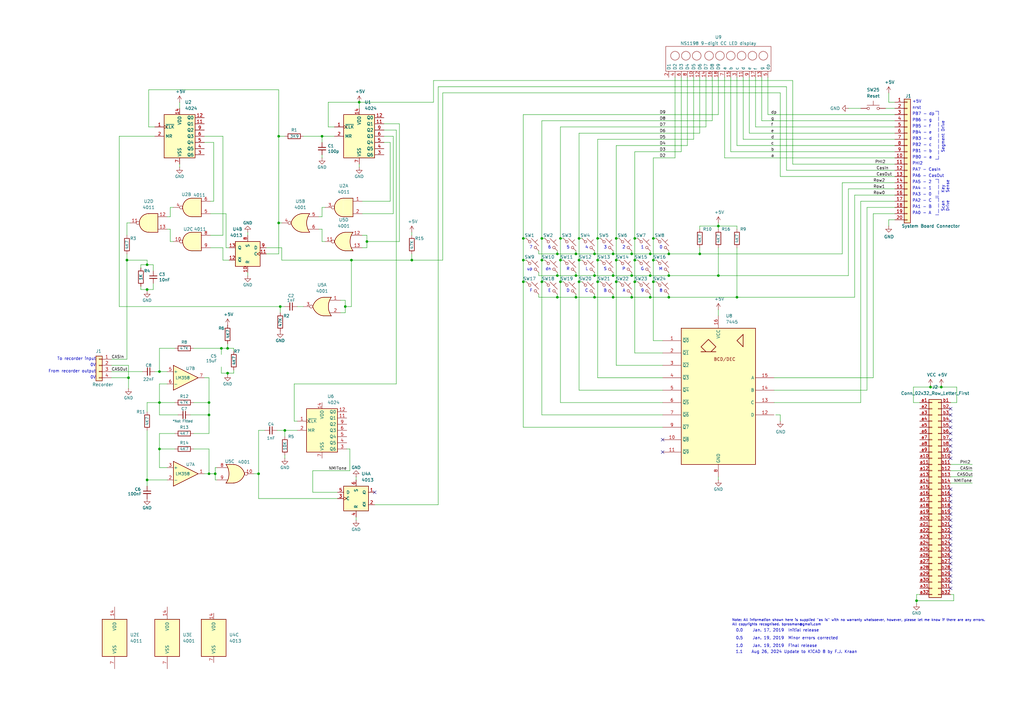
<source format=kicad_sch>
(kicad_sch (version 20231120) (generator "eeschema") (generator_version "8.0")
  (paper "A3")
  (title_block (title "Acorn System 1 Revival") (date "2024-08-26") (rev "0.0"))
  (junction (at 259.08 113.03))
  (junction (at 274.32 121.92))
  (junction (at 252.73 106.68))
  (junction (at 294.64 92.71))
  (junction (at 228.6 113.03))
  (junction (at 287.02 104.14))
  (junction (at 302.26 121.92))
  (junction (at 222.25 115.57))
  (junction (at 236.22 113.03))
  (junction (at 252.73 115.57))
  (junction (at 259.08 104.14))
  (junction (at 236.22 121.92))
  (junction (at 243.84 113.03))
  (junction (at 381.635 158.75))
  (junction (at 243.84 121.92))
  (junction (at 228.6 104.14))
  (junction (at 274.32 104.14))
  (junction (at 274.32 113.03))
  (junction (at 214.63 115.57))
  (junction (at 93.345 153.035))
  (junction (at 267.97 97.79))
  (junction (at 85.725 165.1))
  (junction (at 267.97 115.57))
  (junction (at 85.725 194.31))
  (junction (at 65.405 152.4))
  (junction (at 214.63 97.79))
  (junction (at 222.25 106.68))
  (junction (at 266.7 104.14))
  (junction (at 251.46 113.03))
  (junction (at 245.11 115.57))
  (junction (at 228.6 121.92))
  (junction (at 132.08 55.88))
  (junction (at 294.64 113.03))
  (junction (at 266.7 121.92))
  (junction (at 251.46 121.92))
  (junction (at 260.35 115.57))
  (junction (at 375.92 246.38))
  (junction (at 237.49 106.68))
  (junction (at 237.49 115.57))
  (junction (at 150.495 99.06))
  (junction (at 251.46 104.14))
  (junction (at 168.91 106.68))
  (junction (at 65.405 184.15))
  (junction (at 214.63 106.68))
  (junction (at 266.7 113.03))
  (junction (at 229.87 97.79))
  (junction (at 259.08 121.92))
  (junction (at 236.22 104.14))
  (junction (at 141.605 125.73))
  (junction (at 60.325 118.745))
  (junction (at 243.84 104.14))
  (junction (at 93.345 142.875))
  (junction (at 114.3 91.44))
  (junction (at 144.145 106.68))
  (junction (at 245.11 106.68))
  (junction (at 106.045 194.31))
  (junction (at 114.935 125.73))
  (junction (at 229.87 106.68))
  (junction (at 116.84 176.53))
  (junction (at 85.725 170.18))
  (junction (at 252.73 97.79))
  (junction (at 237.49 97.79))
  (junction (at 114.3 55.88))
  (junction (at 229.87 115.57))
  (junction (at 222.25 97.79))
  (junction (at 147.32 41.91))
  (junction (at 88.265 194.31))
  (junction (at 386.08 158.75))
  (junction (at 52.07 106.68))
  (junction (at 260.35 97.79))
  (junction (at 60.325 108.585))
  (junction (at 52.705 154.94))
  (junction (at 245.11 97.79))
  (junction (at 90.805 142.875))
  (junction (at 267.97 106.68))
  (junction (at 260.35 106.68))
  (junction (at 60.325 196.85))
  (junction (at 65.405 165.1))
  (no_connect (at 389.89 180.34))
  (no_connect (at 389.89 182.88))
  (no_connect (at 153.67 201.93))
  (no_connect (at 389.89 213.36))
  (no_connect (at 389.89 177.8))
  (no_connect (at 389.89 200.66))
  (no_connect (at 271.78 185.42))
  (no_connect (at 389.89 233.68))
  (no_connect (at 389.89 208.28))
  (no_connect (at 389.89 167.64))
  (no_connect (at 389.89 228.6))
  (no_connect (at 389.89 187.96))
  (no_connect (at 389.89 218.44))
  (no_connect (at 389.89 170.18))
  (no_connect (at 389.89 210.82))
  (no_connect (at 389.89 231.14))
  (no_connect (at 389.89 175.26))
  (no_connect (at 389.89 226.06))
  (no_connect (at 389.89 236.22))
  (no_connect (at 389.89 203.2))
  (no_connect (at 271.78 180.34))
  (no_connect (at 389.89 220.98))
  (no_connect (at 389.89 241.3))
  (no_connect (at 389.89 205.74))
  (no_connect (at 389.89 172.72))
  (no_connect (at 389.89 185.42))
  (no_connect (at 389.89 238.76))
  (no_connect (at 389.89 215.9))
  (no_connect (at 389.89 223.52))
  (wire (pts (xy 252.73 115.57) (xy 252.73 149.86)))
  (wire (pts (xy 60.325 119.38) (xy 60.325 118.745)))
  (wire (pts (xy 85.725 184.15) (xy 85.725 194.31)))
  (wire (pts (xy 266.7 104.14) (xy 274.32 104.14)))
  (wire (pts (xy 267.97 139.7) (xy 267.97 115.57)))
  (wire (pts (xy 68.58 196.85) (xy 60.325 196.85)))
  (wire (pts (xy 320.04 38.1) (xy 320.04 72.39)))
  (wire (pts (xy 260.35 62.23) (xy 279.4 62.23)))
  (wire (pts (xy 65.405 157.48) (xy 68.58 157.48)))
  (wire (pts (xy 65.405 142.875) (xy 71.755 142.875)))
  (wire (pts (xy 312.42 49.53) (xy 367.03 49.53)))
  (wire (pts (xy 245.11 115.57) (xy 245.11 106.68)))
  (wire (pts (xy 274.32 111.76) (xy 274.32 113.03)))
  (wire (pts (xy 287.02 101.6) (xy 287.02 104.14)))
  (wire (pts (xy 71.12 85.09) (xy 69.85 85.09)))
  (wire (pts (xy 236.22 111.76) (xy 236.22 113.03)))
  (wire (pts (xy 95.885 144.145) (xy 95.885 142.875)))
  (wire (pts (xy 88.265 194.31) (xy 88.265 196.85)))
  (wire (pts (xy 345.44 104.14) (xy 345.44 74.93)))
  (wire (pts (xy 391.16 243.84) (xy 391.16 246.38)))
  (wire (pts (xy 345.44 74.93) (xy 367.03 74.93)))
  (wire (pts (xy 229.87 106.68) (xy 229.87 97.79)))
  (wire (pts (xy 134.62 41.91) (xy 147.32 41.91)))
  (wire (pts (xy 121.92 125.73) (xy 124.46 125.73)))
  (wire (pts (xy 320.04 170.18) (xy 320.04 172.72)))
  (wire (pts (xy 92.71 101.6) (xy 93.98 101.6)))
  (polyline (pts (xy 383.667 81.153) (xy 384.937 81.153)) (stroke (width 0) (type dash)))
  (wire (pts (xy 267.97 64.77) (xy 267.97 97.79)))
  (wire (pts (xy 307.34 54.61) (xy 367.03 54.61)))
  (wire (pts (xy 214.63 115.57) (xy 214.63 175.26)))
  (wire (pts (xy 386.08 158.75) (xy 381.635 158.75)))
  (wire (pts (xy 162.56 53.34) (xy 162.56 157.48)))
  (wire (pts (xy 116.84 186.69) (xy 116.84 187.96)))
  (wire (pts (xy 79.375 184.15) (xy 85.725 184.15)))
  (wire (pts (xy 355.6 160.02) (xy 317.5 160.02)))
  (wire (pts (xy 65.405 184.15) (xy 65.405 191.77)))
  (wire (pts (xy 85.725 154.94) (xy 83.82 154.94)))
  (wire (pts (xy 65.405 170.18) (xy 73.025 170.18)))
  (wire (pts (xy 95.885 142.875) (xy 93.345 142.875)))
  (wire (pts (xy 52.07 91.44) (xy 52.07 96.52)))
  (wire (pts (xy 79.375 142.875) (xy 90.805 142.875)))
  (wire (pts (xy 320.04 72.39) (xy 367.03 72.39)))
  (wire (pts (xy 128.27 201.93) (xy 138.43 201.93)))
  (wire (pts (xy 163.83 50.8) (xy 163.83 99.06)))
  (wire (pts (xy 246.38 106.68) (xy 245.11 106.68)))
  (wire (pts (xy 85.725 194.31) (xy 83.82 194.31)))
  (wire (pts (xy 222.25 49.53) (xy 292.1 49.53)))
  (wire (pts (xy 57.785 109.855) (xy 57.785 108.585)))
  (wire (pts (xy 90.805 142.875) (xy 90.805 145.415)))
  (wire (pts (xy 71.755 184.15) (xy 65.405 184.15)))
  (wire (pts (xy 260.35 106.68) (xy 260.35 97.79)))
  (wire (pts (xy 161.29 55.88) (xy 157.48 55.88)))
  (wire (pts (xy 93.345 142.875) (xy 93.345 140.97)))
  (wire (pts (xy 237.49 106.68) (xy 237.49 97.79)))
  (wire (pts (xy 259.08 113.03) (xy 266.7 113.03)))
  (wire (pts (xy 120.65 157.48) (xy 120.65 172.72)))
  (wire (pts (xy 236.22 121.92) (xy 243.84 121.92)))
  (wire (pts (xy 381.635 158.75) (xy 381.635 158.115)))
  (wire (pts (xy 65.405 165.1) (xy 60.325 165.1)))
  (wire (pts (xy 132.08 55.88) (xy 137.16 55.88)))
  (wire (pts (xy 168.91 106.68) (xy 181.61 106.68)))
  (wire (pts (xy 274.32 102.87) (xy 274.32 104.14)))
  (wire (pts (xy 65.405 165.1) (xy 65.405 170.18)))
  (wire (pts (xy 302.26 31.75) (xy 302.26 59.69)))
  (wire (pts (xy 147.32 41.91) (xy 147.32 44.45)))
  (wire (pts (xy 65.405 191.77) (xy 68.58 191.77)))
  (wire (pts (xy 389.89 198.12) (xy 398.78 198.12)))
  (wire (pts (xy 259.08 121.92) (xy 266.7 121.92)))
  (wire (pts (xy 65.405 152.4) (xy 63.5 152.4)))
  (wire (pts (xy 317.5 154.94) (xy 358.14 154.94)))
  (wire (pts (xy 269.24 106.68) (xy 267.97 106.68)))
  (wire (pts (xy 245.11 57.15) (xy 245.11 97.79)))
  (wire (pts (xy 62.865 118.745) (xy 62.865 116.205)))
  (wire (pts (xy 148.59 96.52) (xy 150.495 96.52)))
  (wire (pts (xy 364.49 41.91) (xy 364.49 38.1)))
  (wire (pts (xy 294.64 101.6) (xy 294.64 113.03)))
  (wire (pts (xy 141.605 125.73) (xy 144.145 125.73)))
  (wire (pts (xy 57.785 108.585) (xy 60.325 108.585)))
  (wire (pts (xy 160.02 82.55) (xy 148.59 82.55)))
  (wire (pts (xy 141.605 125.73) (xy 141.605 123.19)))
  (wire (pts (xy 73.66 41.91) (xy 73.66 44.45)))
  (wire (pts (xy 363.22 44.45) (xy 367.03 44.45)))
  (wire (pts (xy 243.84 104.14) (xy 251.46 104.14)))
  (wire (pts (xy 386.08 158.75) (xy 392.43 158.75)))
  (wire (pts (xy 214.63 46.99) (xy 294.64 46.99)))
  (wire (pts (xy 115.57 91.44) (xy 114.3 91.44)))
  (wire (pts (xy 85.725 165.1) (xy 85.725 154.94)))
  (wire (pts (xy 314.96 31.75) (xy 314.96 46.99)))
  (wire (pts (xy 137.16 52.07) (xy 134.62 52.07)))
  (wire (pts (xy 304.8 57.15) (xy 367.03 57.15)))
  (wire (pts (xy 229.87 115.57) (xy 229.87 165.1)))
  (wire (pts (xy 88.265 191.77) (xy 88.265 194.31)))
  (wire (pts (xy 214.63 106.68) (xy 214.63 97.79)))
  (wire (pts (xy 85.725 170.18) (xy 85.725 177.8)))
  (wire (pts (xy 88.265 196.85) (xy 88.9 196.85)))
  (wire (pts (xy 287.02 92.71) (xy 294.64 92.71)))
  (wire (pts (xy 259.08 111.76) (xy 259.08 113.03)))
  (wire (pts (xy 389.89 193.04) (xy 398.78 193.04)))
  (wire (pts (xy 220.98 111.76) (xy 220.98 113.03)))
  (wire (pts (xy 251.46 111.76) (xy 251.46 113.03)))
  (wire (pts (xy 347.98 44.45) (xy 353.06 44.45)))
  (wire (pts (xy 65.405 152.4) (xy 65.405 142.875)))
  (wire (pts (xy 215.9 106.68) (xy 214.63 106.68)))
  (wire (pts (xy 214.63 115.57) (xy 215.9 115.57)))
  (wire (pts (xy 168.91 96.52) (xy 168.91 95.25)))
  (wire (pts (xy 73.66 67.31) (xy 73.66 68.58)))
  (wire (pts (xy 124.46 55.88) (xy 132.08 55.88)))
  (wire (pts (xy 86.36 96.52) (xy 91.44 96.52)))
  (wire (pts (xy 109.22 101.6) (xy 115.57 101.6)))
  (wire (pts (xy 245.11 154.94) (xy 271.78 154.94)))
  (wire (pts (xy 143.51 184.15) (xy 143.51 193.04)))
  (wire (pts (xy 132.08 64.77) (xy 132.08 63.5)))
  (wire (pts (xy 252.73 106.68) (xy 252.73 97.79)))
  (wire (pts (xy 238.76 106.68) (xy 237.49 106.68)))
  (wire (pts (xy 132.08 55.88) (xy 132.08 58.42)))
  (wire (pts (xy 78.105 170.18) (xy 85.725 170.18)))
  (wire (pts (xy 228.6 102.87) (xy 228.6 104.14)))
  (wire (pts (xy 69.85 93.98) (xy 69.85 99.06)))
  (wire (pts (xy 260.35 115.57) (xy 260.35 106.68)))
  (wire (pts (xy 287.02 104.14) (xy 345.44 104.14)))
  (wire (pts (xy 259.08 102.87) (xy 259.08 104.14)))
  (wire (pts (xy 252.73 59.69) (xy 252.73 97.79)))
  (wire (pts (xy 260.35 115.57) (xy 261.62 115.57)))
  (wire (pts (xy 130.81 93.98) (xy 132.08 93.98)))
  (wire (pts (xy 358.14 87.63) (xy 358.14 154.94)))
  (wire (pts (xy 389.89 243.84) (xy 391.16 243.84)))
  (wire (pts (xy 260.35 144.78) (xy 271.78 144.78)))
  (wire (pts (xy 229.87 97.79) (xy 231.14 97.79)))
  (wire (pts (xy 162.56 53.34) (xy 157.48 53.34)))
  (wire (pts (xy 71.755 177.8) (xy 65.405 177.8)))
  (wire (pts (xy 245.11 115.57) (xy 245.11 154.94)))
  (wire (pts (xy 162.56 157.48) (xy 120.65 157.48)))
  (wire (pts (xy 375.92 243.84) (xy 377.19 243.84)))
  (wire (pts (xy 60.325 108.585) (xy 60.325 106.68)))
  (wire (pts (xy 60.325 176.53) (xy 60.325 196.85)))
  (wire (pts (xy 68.58 93.98) (xy 69.85 93.98)))
  (wire (pts (xy 146.05 212.09) (xy 146.05 213.36)))
  (wire (pts (xy 150.495 99.06) (xy 150.495 101.6)))
  (wire (pts (xy 266.7 102.87) (xy 266.7 104.14)))
  (wire (pts (xy 128.27 193.04) (xy 143.51 193.04)))
  (wire (pts (xy 243.84 111.76) (xy 243.84 113.03)))
  (wire (pts (xy 177.8 33.02) (xy 325.12 33.02)))
  (wire (pts (xy 297.18 31.75) (xy 297.18 64.77)))
  (wire (pts (xy 222.25 106.68) (xy 222.25 97.79)))
  (wire (pts (xy 389.89 190.5) (xy 398.78 190.5)))
  (wire (pts (xy 85.725 194.31) (xy 88.265 194.31)))
  (wire (pts (xy 128.27 201.93) (xy 128.27 193.04)))
  (wire (pts (xy 274.32 104.14) (xy 287.02 104.14)))
  (wire (pts (xy 318.135 170.18) (xy 320.04 170.18)))
  (wire (pts (xy 281.94 31.75) (xy 281.94 59.69)))
  (wire (pts (xy 65.405 177.8) (xy 65.405 184.15)))
  (wire (pts (xy 222.25 170.18) (xy 271.78 170.18)))
  (wire (pts (xy 86.36 101.6) (xy 91.44 101.6)))
  (wire (pts (xy 91.44 55.88) (xy 91.44 96.52)))
  (wire (pts (xy 69.85 99.06) (xy 71.12 99.06)))
  (wire (pts (xy 355.6 85.09) (xy 355.6 160.02)))
  (wire (pts (xy 375.92 246.38) (xy 391.16 246.38)))
  (wire (pts (xy 358.14 87.63) (xy 367.03 87.63)))
  (wire (pts (xy 60.325 196.85) (xy 60.325 199.39)))
  (wire (pts (xy 214.63 175.26) (xy 271.78 175.26)))
  (wire (pts (xy 267.97 139.7) (xy 271.78 139.7)))
  (wire (pts (xy 302.26 101.6) (xy 302.26 121.92)))
  (wire (pts (xy 237.49 115.57) (xy 237.49 106.68)))
  (wire (pts (xy 252.73 115.57) (xy 252.73 106.68)))
  (wire (pts (xy 106.045 204.47) (xy 138.43 204.47)))
  (wire (pts (xy 65.405 165.1) (xy 71.755 165.1)))
  (wire (pts (xy 68.58 88.9) (xy 69.85 88.9)))
  (wire (pts (xy 374.65 158.75) (xy 374.65 165.1)))
  (wire (pts (xy 88.9 191.77) (xy 88.265 191.77)))
  (wire (pts (xy 245.11 106.68) (xy 245.11 97.79)))
  (wire (pts (xy 60.325 118.745) (xy 62.865 118.745)))
  (wire (pts (xy 83.82 55.88) (xy 91.44 55.88)))
  (wire (pts (xy 120.65 172.72) (xy 121.92 172.72)))
  (wire (pts (xy 261.62 106.68) (xy 260.35 106.68)))
  (wire (pts (xy 350.52 121.92) (xy 350.52 80.01)))
  (wire (pts (xy 355.6 85.09) (xy 367.03 85.09)))
  (wire (pts (xy 299.72 31.75) (xy 299.72 62.23)))
  (wire (pts (xy 45.72 154.94) (xy 52.705 154.94)))
  (wire (pts (xy 251.46 102.87) (xy 251.46 104.14)))
  (wire (pts (xy 229.87 115.57) (xy 231.14 115.57)))
  (wire (pts (xy 63.5 52.07) (xy 60.96 52.07)))
  (wire (pts (xy 245.11 57.15) (xy 284.48 57.15)))
  (wire (pts (xy 153.67 207.01) (xy 179.705 207.01)))
  (wire (pts (xy 101.6 95.25) (xy 101.6 96.52)))
  (polyline (pts (xy 384.937 80.518) (xy 383.667 80.518)) (stroke (width 0) (type dash)))
  (wire (pts (xy 254 106.68) (xy 252.73 106.68)))
  (wire (pts (xy 52.07 91.44) (xy 53.34 91.44)))
  (wire (pts (xy 114.3 36.83) (xy 114.3 55.88)))
  (wire (pts (xy 398.78 195.58) (xy 389.89 195.58)))
  (wire (pts (xy 325.12 67.31) (xy 367.03 67.31)))
  (wire (pts (xy 45.72 147.32) (xy 52.07 147.32)))
  (wire (pts (xy 114.3 55.88) (xy 116.84 55.88)))
  (wire (pts (xy 179.705 35.56) (xy 179.705 207.01)))
  (wire (pts (xy 236.22 102.87) (xy 236.22 104.14)))
  (wire (pts (xy 266.7 121.92) (xy 274.32 121.92)))
  (wire (pts (xy 114.935 125.73) (xy 116.84 125.73)))
  (wire (pts (xy 237.49 54.61) (xy 287.02 54.61)))
  (wire (pts (xy 228.6 104.14) (xy 236.22 104.14)))
  (wire (pts (xy 266.7 120.65) (xy 266.7 121.92)))
  (wire (pts (xy 353.06 82.55) (xy 367.03 82.55)))
  (wire (pts (xy 132.08 88.9) (xy 130.81 88.9)))
  (wire (pts (xy 222.25 49.53) (xy 222.25 97.79)))
  (wire (pts (xy 52.705 149.86) (xy 52.705 154.94)))
  (wire (pts (xy 222.25 115.57) (xy 222.25 106.68)))
  (wire (pts (xy 228.6 121.92) (xy 236.22 121.92)))
  (wire (pts (xy 276.86 31.75) (xy 276.86 64.77)))
  (wire (pts (xy 375.92 246.38) (xy 375.92 247.65)))
  (wire (pts (xy 274.32 120.65) (xy 274.32 121.92)))
  (wire (pts (xy 116.84 176.53) (xy 121.92 176.53)))
  (wire (pts (xy 389.89 165.1) (xy 392.43 165.1)))
  (wire (pts (xy 60.325 165.1) (xy 60.325 168.91)))
  (wire (pts (xy 95.885 151.765) (xy 95.885 153.035)))
  (wire (pts (xy 228.6 120.65) (xy 228.6 121.92)))
  (wire (pts (xy 93.345 153.67) (xy 93.345 153.035)))
  (wire (pts (xy 347.98 77.47) (xy 347.98 113.03)))
  (wire (pts (xy 168.91 106.68) (xy 168.91 104.14)))
  (wire (pts (xy 322.58 69.85) (xy 367.03 69.85)))
  (wire (pts (xy 267.97 115.57) (xy 267.97 106.68)))
  (wire (pts (xy 146.05 195.58) (xy 146.05 196.85)))
  (wire (pts (xy 181.61 38.1) (xy 181.61 106.68)))
  (wire (pts (xy 325.12 33.02) (xy 325.12 67.31)))
  (wire (pts (xy 228.6 111.76) (xy 228.6 113.03)))
  (wire (pts (xy 116.84 179.07) (xy 116.84 176.53)))
  (wire (pts (xy 229.87 165.1) (xy 271.78 165.1)))
  (wire (pts (xy 214.63 46.99) (xy 214.63 97.79)))
  (wire (pts (xy 381.635 158.75) (xy 374.65 158.75)))
  (wire (pts (xy 294.64 93.98) (xy 294.64 92.71)))
  (wire (pts (xy 134.62 52.07) (xy 134.62 41.91)))
  (wire (pts (xy 231.14 106.68) (xy 229.87 106.68)))
  (wire (pts (xy 267.97 64.77) (xy 276.86 64.77)))
  (wire (pts (xy 243.84 102.87) (xy 243.84 104.14)))
  (wire (pts (xy 299.72 62.23) (xy 367.03 62.23)))
  (wire (pts (xy 237.49 115.57) (xy 238.76 115.57)))
  (wire (pts (xy 222.25 115.57) (xy 223.52 115.57)))
  (wire (pts (xy 113.665 176.53) (xy 116.84 176.53)))
  (wire (pts (xy 364.49 90.17) (xy 367.03 90.17)))
  (wire (pts (xy 392.43 165.1) (xy 392.43 158.75)))
  (wire (pts (xy 229.87 52.07) (xy 229.87 97.79)))
  (wire (pts (xy 353.06 165.1) (xy 317.5 165.1)))
  (wire (pts (xy 106.045 194.31) (xy 106.045 204.47)))
  (wire (pts (xy 251.46 104.14) (xy 259.08 104.14)))
  (polyline (pts (xy 384.937 81.153) (xy 384.937 88.138)) (stroke (width 0) (type dash)))
  (wire (pts (xy 314.96 46.99) (xy 367.03 46.99)))
  (wire (pts (xy 252.73 59.69) (xy 281.94 59.69)))
  (wire (pts (xy 104.14 194.31) (xy 106.045 194.31)))
  (wire (pts (xy 222.25 97.79) (xy 223.52 97.79)))
  (wire (pts (xy 60.325 108.585) (xy 62.865 108.585)))
  (wire (pts (xy 106.045 176.53) (xy 108.585 176.53)))
  (wire (pts (xy 284.48 31.75) (xy 284.48 57.15)))
  (wire (pts (xy 353.06 82.55) (xy 353.06 165.1)))
  (wire (pts (xy 91.44 106.68) (xy 91.44 101.6)))
  (wire (pts (xy 106.045 194.31) (xy 106.045 176.53)))
  (wire (pts (xy 243.84 120.65) (xy 243.84 121.92)))
  (wire (pts (xy 260.35 115.57) (xy 260.35 144.78)))
  (wire (pts (xy 132.08 93.98) (xy 132.08 99.06)))
  (wire (pts (xy 364.49 90.17) (xy 364.49 92.71)))
  (wire (pts (xy 294.64 92.71) (xy 302.26 92.71)))
  (wire (pts (xy 93.345 153.035) (xy 90.805 153.035)))
  (wire (pts (xy 237.49 97.79) (xy 238.76 97.79)))
  (wire (pts (xy 85.725 177.8) (xy 79.375 177.8)))
  (wire (pts (xy 161.29 87.63) (xy 148.59 87.63)))
  (wire (pts (xy 302.26 121.92) (xy 350.52 121.92)))
  (wire (pts (xy 312.42 31.75) (xy 312.42 49.53)))
  (wire (pts (xy 222.25 115.57) (xy 222.25 170.18)))
  (wire (pts (xy 148.59 101.6) (xy 150.495 101.6)))
  (wire (pts (xy 322.58 35.56) (xy 322.58 69.85)))
  (wire (pts (xy 57.785 118.745) (xy 60.325 118.745)))
  (wire (pts (xy 236.22 113.03) (xy 243.84 113.03)))
  (wire (pts (xy 139.7 123.19) (xy 141.605 123.19)))
  (wire (pts (xy 260.35 97.79) (xy 261.62 97.79)))
  (wire (pts (xy 62.865 108.585) (xy 62.865 111.125)))
  (wire (pts (xy 86.36 82.55) (xy 87.63 82.55)))
  (wire (pts (xy 223.52 106.68) (xy 222.25 106.68)))
  (wire (pts (xy 115.57 101.6) (xy 115.57 106.68)))
  (wire (pts (xy 147.32 41.91) (xy 177.8 41.91)))
  (wire (pts (xy 93.345 142.875) (xy 90.805 142.875)))
  (wire (pts (xy 142.24 184.15) (xy 143.51 184.15)))
  (wire (pts (xy 364.49 41.91) (xy 367.03 41.91)))
  (wire (pts (xy 267.97 97.79) (xy 269.24 97.79)))
  (wire (pts (xy 245.11 97.79) (xy 246.38 97.79)))
  (wire (pts (xy 95.885 153.035) (xy 93.345 153.035)))
  (wire (pts (xy 114.935 128.27) (xy 114.935 125.73)))
  (wire (pts (xy 220.98 121.92) (xy 228.6 121.92)))
  (wire (pts (xy 374.65 165.1) (xy 377.19 165.1)))
  (wire (pts (xy 48.895 125.73) (xy 114.935 125.73)))
  (wire (pts (xy 245.11 115.57) (xy 246.38 115.57)))
  (wire (pts (xy 52.07 106.68) (xy 52.07 147.32)))
  (polyline (pts (xy 384.937 73.533) (xy 384.937 80.518)) (stroke (width 0) (type dash)))
  (wire (pts (xy 147.32 67.31) (xy 147.32 68.58)))
  (wire (pts (xy 236.22 120.65) (xy 236.22 121.92)))
  (wire (pts (xy 287.02 93.98) (xy 287.02 92.71)))
  (wire (pts (xy 260.35 62.23) (xy 260.35 97.79)))
  (wire (pts (xy 294.64 113.03) (xy 347.98 113.03)))
  (wire (pts (xy 220.98 102.87) (xy 220.98 104.14)))
  (wire (pts (xy 259.08 120.65) (xy 259.08 121.92)))
  (wire (pts (xy 297.18 64.77) (xy 367.03 64.77)))
  (wire (pts (xy 251.46 121.92) (xy 259.08 121.92)))
  (wire (pts (xy 274.32 121.92) (xy 302.26 121.92)))
  (wire (pts (xy 90.805 153.035) (xy 90.805 150.495)))
  (wire (pts (xy 114.3 55.88) (xy 114.3 91.44)))
  (wire (pts (xy 292.1 31.75) (xy 292.1 49.53)))
  (wire (pts (xy 304.8 31.75) (xy 304.8 57.15)))
  (wire (pts (xy 83.82 58.42) (xy 87.63 58.42)))
  (wire (pts (xy 220.98 113.03) (xy 228.6 113.03)))
  (wire (pts (xy 229.87 52.07) (xy 289.56 52.07)))
  (wire (pts (xy 91.44 106.68) (xy 93.98 106.68)))
  (polyline (pts (xy 384.937 65.278) (xy 383.667 65.278)) (stroke (width 0) (type dash)))
  (wire (pts (xy 45.72 149.86) (xy 52.705 149.86)))
  (wire (pts (xy 45.72 152.4) (xy 58.42 152.4)))
  (wire (pts (xy 266.7 111.76) (xy 266.7 113.03)))
  (wire (pts (xy 266.7 113.03) (xy 274.32 113.03)))
  (wire (pts (xy 69.85 85.09) (xy 69.85 88.9)))
  (wire (pts (xy 85.725 170.18) (xy 85.725 165.1)))
  (wire (pts (xy 243.84 113.03) (xy 251.46 113.03)))
  (wire (pts (xy 150.495 99.06) (xy 163.83 99.06)))
  (wire (pts (xy 60.96 52.07) (xy 60.96 36.83)))
  (wire (pts (xy 236.22 104.14) (xy 243.84 104.14)))
  (wire (pts (xy 79.375 165.1) (xy 85.725 165.1)))
  (wire (pts (xy 237.49 115.57) (xy 237.49 160.02)))
  (wire (pts (xy 386.08 158.75) (xy 386.08 158.115)))
  (wire (pts (xy 114.3 104.14) (xy 109.22 104.14)))
  (wire (pts (xy 287.02 31.75) (xy 287.02 54.61)))
  (wire (pts (xy 251.46 113.03) (xy 259.08 113.03)))
  (wire (pts (xy 309.88 52.07) (xy 367.03 52.07)))
  (wire (pts (xy 294.64 91.44) (xy 294.64 92.71)))
  (wire (pts (xy 68.58 152.4) (xy 65.405 152.4)))
  (wire (pts (xy 52.705 154.94) (xy 52.705 159.385)))
  (wire (pts (xy 279.4 31.75) (xy 279.4 62.23)))
  (wire (pts (xy 163.83 50.8) (xy 157.48 50.8)))
  (wire (pts (xy 309.88 31.75) (xy 309.88 52.07)))
  (wire (pts (xy 347.98 77.47) (xy 367.03 77.47)))
  (wire (pts (xy 65.405 165.1) (xy 65.405 157.48)))
  (wire (pts (xy 220.98 104.14) (xy 228.6 104.14)))
  (wire (pts (xy 252.73 97.79) (xy 254 97.79)))
  (wire (pts (xy 48.895 55.88) (xy 63.5 55.88)))
  (wire (pts (xy 307.34 31.75) (xy 307.34 54.61)))
  (wire (pts (xy 86.36 87.63) (xy 92.71 87.63)))
  (wire (pts (xy 132.08 99.06) (xy 133.35 99.06)))
  (wire (pts (xy 114.3 91.44) (xy 114.3 104.14)))
  (wire (pts (xy 92.71 101.6) (xy 92.71 87.63)))
  (wire (pts (xy 350.52 80.01) (xy 367.03 80.01)))
  (wire (pts (xy 237.49 160.02) (xy 271.78 160.02)))
  (wire (pts (xy 161.29 55.88) (xy 161.29 87.63)))
  (wire (pts (xy 181.61 38.1) (xy 320.04 38.1)))
  (wire (pts (xy 132.08 85.09) (xy 132.08 88.9)))
  (wire (pts (xy 87.63 58.42) (xy 87.63 82.55)))
  (wire (pts (xy 252.73 115.57) (xy 254 115.57)))
  (wire (pts (xy 243.84 121.92) (xy 251.46 121.92)))
  (wire (pts (xy 375.92 243.84) (xy 375.92 246.38)))
  (wire (pts (xy 259.08 104.14) (xy 266.7 104.14)))
  (wire (pts (xy 302.26 92.71) (xy 302.26 93.98)))
  (wire (pts (xy 144.145 106.68) (xy 168.91 106.68)))
  (wire (pts (xy 115.57 106.68) (xy 144.145 106.68)))
  (wire (pts (xy 150.495 96.52) (xy 150.495 99.06)))
  (wire (pts (xy 214.63 115.57) (xy 214.63 106.68)))
  (wire (pts (xy 177.8 41.91) (xy 177.8 33.02)))
  (wire (pts (xy 52.07 106.68) (xy 52.07 104.14)))
  (wire (pts (xy 48.895 125.73) (xy 48.895 55.88)))
  (wire (pts (xy 267.97 106.68) (xy 267.97 97.79)))
  (wire (pts (xy 294.64 127) (xy 294.64 129.54)))
  (wire (pts (xy 133.35 85.09) (xy 132.08 85.09)))
  (wire (pts (xy 274.32 113.03) (xy 294.64 113.03)))
  (wire (pts (xy 160.02 58.42) (xy 160.02 82.55)))
  (wire (pts (xy 60.96 36.83) (xy 114.3 36.83)))
  (wire (pts (xy 289.56 31.75) (xy 289.56 52.07)))
  (wire (pts (xy 144.145 125.73) (xy 144.145 106.68)))
  (wire (pts (xy 141.605 128.27) (xy 141.605 125.73)))
  (wire (pts (xy 267.97 115.57) (xy 269.24 115.57)))
  (wire (pts (xy 57.785 117.475) (xy 57.785 118.745)))
  (wire (pts (xy 220.98 120.65) (xy 220.98 121.92)))
  (polyline (pts (xy 383.667 45.593) (xy 384.937 45.593)) (stroke (width 0) (type dash)))
  (polyline (pts (xy 384.937 88.138) (xy 383.667 88.138)) (stroke (width 0) (type dash)))
  (wire (pts (xy 179.705 35.56) (xy 322.58 35.56)))
  (wire (pts (xy 229.87 115.57) (xy 229.87 106.68)))
  (wire (pts (xy 157.48 58.42) (xy 160.02 58.42)))
  (wire (pts (xy 214.63 97.79) (xy 215.9 97.79)))
  (polyline (pts (xy 383.667 73.533) (xy 384.937 73.533)) (stroke (width 0) (type dash)))
  (wire (pts (xy 252.73 149.86) (xy 271.78 149.86)))
  (wire (pts (xy 139.7 128.27) (xy 141.605 128.27)))
  (polyline (pts (xy 384.937 45.593) (xy 384.937 65.278)) (stroke (width 0) (type dash)))
  (wire (pts (xy 294.64 195.58) (xy 294.64 196.85)))
  (wire (pts (xy 251.46 120.65) (xy 251.46 121.92)))
  (wire (pts (xy 302.26 59.69) (xy 367.03 59.69)))
  (wire (pts (xy 228.6 113.03) (xy 236.22 113.03)))
  (wire (pts (xy 101.6 111.76) (xy 101.6 113.03)))
  (wire (pts (xy 52.07 106.68) (xy 60.325 106.68)))
  (wire (pts (xy 294.64 31.75) (xy 294.64 46.99)))
  (wire (pts (xy 237.49 54.61) (xy 237.49 97.79)))
  (text "Key\nSense" (at 389.382 79.248 90) (effects (font (size 1.1938 1.1938)) (justify left bottom)))
  (text "R" (at 233.68 111.125 0) (effects (font (size 1.1938 1.1938)) (justify right bottom)))
  (text "PHI2" (at 374.142 67.818 0) (effects (font (size 1.1938 1.1938)) (justify left bottom)))
  (text "0V" (at 39.37 150.495 0) (effects (font (size 1.1938 1.1938)) (justify right bottom)))
  (text "F" (at 218.44 120.015 0) (effects (font (size 1.1938 1.1938)) (justify right bottom)))
  (text "Initial release" (at 323.215 259.334 0) (effects (font (size 1.1938 1.1938)) (justify left bottom)))
  (text "PB1 - b" (at 374.142 62.738 0) (effects (font (size 1.1938 1.1938)) (justify left bottom)))
  (text "L" (at 241.3 111.125 0) (effects (font (size 1.1938 1.1938)) (justify right bottom)))
  (text "C" (at 241.3 120.015 0) (effects (font (size 1.1938 1.1938)) (justify right bottom)))
  (text "up" (at 218.44 111.125 0) (effects (font (size 1.1938 1.1938)) (justify right bottom)))
  (text "All copyrights recognised. bprosman@gmail.com" (at 300.228 256.794 0) (effects (font (size 0.9906 0.9906)) (justify left bottom)))
  (text "1.0" (at 301.752 265.684 0) (effects (font (size 1.1938 1.1938)) (justify left bottom)))
  (text "PB5 - f" (at 374.142 52.578 0) (effects (font (size 1.1938 1.1938)) (justify left bottom)))
  (text "PB0 - a" (at 374.142 65.278 0) (effects (font (size 1.1938 1.1938)) (justify left bottom)))
  (text "PB6 - g" (at 374.142 50.038 0) (effects (font (size 1.1938 1.1938)) (justify left bottom)))
  (text "dn" (at 226.06 111.125 0) (effects (font (size 1.1938 1.1938)) (justify right bottom)))
  (text "PA6 - CasOut" (at 374.142 72.898 0) (effects (font (size 1.1938 1.1938)) (justify left bottom)))
  (text "0V" (at 39.37 155.575 0) (effects (font (size 1.1938 1.1938)) (justify right bottom)))
  (text "Jan. 17, 2019" (at 308.61 259.334 0) (effects (font (size 1.1938 1.1938)) (justify left bottom)))
  (text "PB3 - d" (at 374.142 57.658 0) (effects (font (size 1.1938 1.1938)) (justify left bottom)))
  (text "4" (at 241.3 102.235 0) (effects (font (size 1.1938 1.1938)) (justify right bottom)))
  (text "PB2 - c" (at 374.142 60.198 0) (effects (font (size 1.1938 1.1938)) (justify left bottom)))
  (text "Segment Drive" (at 387.477 62.738 90) (effects (font (size 1.1938 1.1938)) (justify left bottom)))
  (text "5" (at 233.68 102.235 0) (effects (font (size 1.1938 1.1938)) (justify right bottom)))
  (text "2" (at 256.54 102.235 0) (effects (font (size 1.1938 1.1938)) (justify right bottom)))
  (text "S" (at 248.92 111.125 0) (effects (font (size 1.1938 1.1938)) (justify right bottom)))
  (text "Scan\nDrive" (at 389.382 86.868 90) (effects (font (size 1.1938 1.1938)) (justify left bottom)))
  (text "PB4 - e" (at 374.142 55.118 0) (effects (font (size 1.1938 1.1938)) (justify left bottom)))
  (text "G" (at 264.16 111.125 0) (effects (font (size 1.1938 1.1938)) (justify right bottom)))
  (text "From recorder output" (at 39.37 153.035 0) (effects (font (size 1.1938 1.1938)) (justify right bottom)))
  (text "D" (at 233.68 120.015 0) (effects (font (size 1.1938 1.1938)) (justify right bottom)))
  (text "7" (at 218.44 102.235 0) (effects (font (size 1.1938 1.1938)) (justify right bottom)))
  (text "PB7 - dp" (at 374.142 47.498 0) (effects (font (size 1.1938 1.1938)) (justify left bottom)))
  (text "PA0 - A" (at 374.142 88.138 0) (effects (font (size 1.1938 1.1938)) (justify left bottom)))
  (text "PA4 - 1" (at 374.142 77.978 0) (effects (font (size 1.1938 1.1938)) (justify left bottom)))
  (text "Final release" (at 323.215 265.684 0) (effects (font (size 1.1938 1.1938)) (justify left bottom)))
  (text "P" (at 256.54 111.125 0) (effects (font (size 1.1938 1.1938)) (justify right bottom)))
  (text "Minor errors corrected" (at 323.215 262.509 0) (effects (font (size 1.1938 1.1938)) (justify left bottom)))
  (text "PA5 - 2" (at 374.142 75.438 0) (effects (font (size 1.1938 1.1938)) (justify left bottom)))
  (text "A" (at 256.54 120.015 0) (effects (font (size 1.1938 1.1938)) (justify right bottom)))
  (text "0.0" (at 301.752 259.334 0) (effects (font (size 1.1938 1.1938)) (justify left bottom)))
  (text "E" (at 226.06 120.015 0) (effects (font (size 1.1938 1.1938)) (justify right bottom)))
  (text "6" (at 226.06 102.235 0) (effects (font (size 1.1938 1.1938)) (justify right bottom)))
  (text "nrst" (at 374.142 44.958 0) (effects (font (size 1.1938 1.1938)) (justify left bottom)))
  (text "PA1 - B" (at 374.142 85.598 0) (effects (font (size 1.1938 1.1938)) (justify left bottom)))
  (text "PA7 - CasIn" (at 374.142 70.358 0) (effects (font (size 1.1938 1.1938)) (justify left bottom)))
  (text "1" (at 264.16 102.235 0) (effects (font (size 1.1938 1.1938)) (justify right bottom)))
  (text "+5V" (at 374.142 42.418 0) (effects (font (size 1.1938 1.1938)) (justify left bottom)))
  (text "0.5" (at 301.752 262.509 0) (effects (font (size 1.1938 1.1938)) (justify left bottom)))
  (text "B" (at 248.92 120.015 0) (effects (font (size 1.1938 1.1938)) (justify right bottom)))
  (text "1.1    Aug 26, 2024 Update to KiCAD 8 by F.J. Kraan" (at 326.644 267.462 0) (effects (font (size 1.1938 1.1938))))
  (text "8" (at 271.78 120.015 0) (effects (font (size 1.1938 1.1938)) (justify right bottom)))
  (text "To recorder input" (at 39.37 147.955 0) (effects (font (size 1.1938 1.1938)) (justify right bottom)))
  (text "PA2 - C" (at 374.142 83.058 0) (effects (font (size 1.1938 1.1938)) (justify left bottom)))
  (text "Jan. 19, 2019" (at 308.61 265.684 0) (effects (font (size 1.1938 1.1938)) (justify left bottom)))
  (text "Jan. 19, 2019" (at 308.61 262.509 0) (effects (font (size 1.1938 1.1938)) (justify left bottom)))
  (text "PA3 - 0" (at 374.142 80.518 0) (effects (font (size 1.1938 1.1938)) (justify left bottom)))
  (text "M" (at 271.78 111.125 0) (effects (font (size 1.1938 1.1938)) (justify right bottom)))
  (text "Note: All information shown here is supplied \"as is\" with no warranty whatsoever, however, please let me know if there are any errors. " (at 300.228 255.016 0) (effects (font (size 0.9906 0.9906)) (justify left bottom)))
  (text "9" (at 264.16 120.015 0) (effects (font (size 1.1938 1.1938)) (justify right bottom)))
  (text "0" (at 271.78 102.235 0) (effects (font (size 1.1938 1.1938)) (justify right bottom)))
  (text "3" (at 248.92 102.235 0) (effects (font (size 1.1938 1.1938)) (justify right bottom)))
  (label "f" (at 316.23 52.07 0) (effects (font (size 1.1938 1.1938))))
  (label "D7" (at 270.51 52.07 0) (effects (font (size 1.1938 1.1938))))
  (label "D8" (at 270.51 49.53 0) (effects (font (size 1.1938 1.1938))))
  (label "a" (at 316.23 64.77 0) (effects (font (size 1.1938 1.1938))))
  (label "Row0" (at 358.14 80.01 0) (effects (font (size 1.1938 1.1938))))
  (label "NMITone" (at 142.24 193.04 180) (effects (font (size 1.1938 1.1938))))
  (label "D3" (at 270.51 62.23 0) (effects (font (size 1.1938 1.1938))))
  (label "D9" (at 270.51 46.99 0) (effects (font (size 1.1938 1.1938))))
  (label "Row1" (at 358.14 77.47 0) (effects (font (size 1.1938 1.1938))))
  (label "D4" (at 270.51 59.69 0) (effects (font (size 1.1938 1.1938))))
  (label "e" (at 316.23 54.61 0) (effects (font (size 1.1938 1.1938))))
  (label "D2" (at 270.51 64.77 0) (effects (font (size 1.1938 1.1938))))
  (label "CASOut" (at 392.43 195.58 0) (effects (font (size 1.1938 1.1938))))
  (label "D5" (at 270.51 57.15 0) (effects (font (size 1.1938 1.1938))))
  (label "c" (at 316.23 59.69 0) (effects (font (size 1.1938 1.1938))))
  (label "CasIn" (at 359.41 69.85 0) (effects (font (size 1.1938 1.1938))))
  (label "Row2" (at 358.14 74.93 0) (effects (font (size 1.1938 1.1938))))
  (label "d" (at 316.23 57.15 0) (effects (font (size 1.1938 1.1938))))
  (label "dp" (at 316.23 46.99 0) (effects (font (size 1.1938 1.1938))))
  (label "CasOut" (at 359.41 72.39 0) (effects (font (size 1.1938 1.1938))))
  (label "PHI2" (at 393.7 190.5 0) (effects (font (size 1.1938 1.1938))))
  (label "PHI2" (at 363.22 67.31 180) (effects (font (size 1.1938 1.1938))))
  (label "CASIn" (at 45.72 147.32 0) (effects (font (size 1.1938 1.1938))))
  (label "CASIn" (at 393.7 193.04 0) (effects (font (size 1.1938 1.1938))))
  (label "b" (at 316.23 62.23 0) (effects (font (size 1.1938 1.1938))))
  (label "NMITone" (at 391.16 198.12 0) (effects (font (size 1.1938 1.1938))))
  (label "g" (at 316.23 49.53 0) (effects (font (size 1.1938 1.1938))))
  (label "CASOut" (at 45.72 152.4 0) (effects (font (size 1.1938 1.1938))))
  (label "D6" (at 270.51 54.61 0) (effects (font (size 1.1938 1.1938))))
  (symbol (lib_id "Device:C_Small") (at 132.08 60.96 0) (unit 1)
    (property "Reference" "C1" (at 134.4168 59.8424 0) (effects (font (size 1.1938 1.1938)) (justify left)))
    (property "Value" "100p" (at 134.4168 62.0522 0) (effects (font (size 1.1938 1.1938)) (justify left)))
    (property "Footprint" "Acorn_System_1:C_Disc_D10.0mm_W2.5mm_P5.00mm_AJP" (effects (hide yes)))
  )
  (symbol (lib_id "Device:R") (at 120.65 55.88 270) (unit 1)
    (property "Reference" "R1" (at 120.65 53.34 90) (effects (font (size 1.1938 1.1938))))
    (property "Value" "3K9" (at 120.777 55.88 90) (effects (font (size 1.1938 1.1938))))
    (property "Footprint" "Acorn_System_1:R_Axial_DIN0207_L6.3mm_D2.5mm_P10.16mm_Horizontal_AJP" (effects (hide yes)))
  )
  (symbol (lib_id "power:GND") (at 132.08 64.77 0) (unit 1)
    (property "Reference" "#PWR0101" (effects (hide yes)))
    (property "Value" "GND" (at 132.08 68.58 0) (effects (font (size 1.1938 1.1938))))
  )
  (symbol (lib_id "power:GND") (at 101.6 95.25 180) (unit 1)
    (property "Reference" "#PWR0102" (effects (hide yes)))
    (property "Value" "GND" (at 101.6 91.44 0) (effects (font (size 1.1938 1.1938))))
  )
  (symbol (lib_id "power:GND") (at 101.6 113.03 0) (unit 1)
    (property "Reference" "#PWR0103" (effects (hide yes)))
    (property "Value" "GND" (at 101.6 116.84 0) (effects (font (size 1.1938 1.1938))))
  )
  (symbol (lib_id "Device:R") (at 52.07 100.33 0) (unit 1)
    (property "Reference" "R3" (at 53.34 97.79 0) (effects (font (size 1.1938 1.1938)) (justify left)))
    (property "Value" "4K7" (at 52.07 102.235 90) (effects (font (size 1.1938 1.1938)) (justify left)))
    (property "Footprint" "Acorn_System_1:R_Axial_DIN0207_L6.3mm_D2.5mm_P10.16mm_Horizontal_AJP" (effects (hide yes)))
  )
  (symbol (lib_id "Device:R") (at 57.785 113.665 0) (unit 1)
    (property "Reference" "R4" (at 59.055 111.125 0) (effects (font (size 1.1938 1.1938)) (justify left)))
    (property "Value" "1K" (at 57.785 114.935 90) (effects (font (size 1.1938 1.1938)) (justify left)))
    (property "Footprint" "Acorn_System_1:R_Axial_DIN0207_L6.3mm_D2.5mm_P10.16mm_Horizontal_AJP" (effects (hide yes)))
  )
  (symbol (lib_id "Device:C_Small") (at 62.865 113.665 0) (unit 1)
    (property "Reference" "C3" (at 65.2018 112.5474 0) (effects (font (size 1.1938 1.1938)) (justify left)))
    (property "Value" "10nF" (at 65.2018 114.7572 0) (effects (font (size 1.1938 1.1938)) (justify left)))
    (property "Footprint" "Acorn_System_1:C_Disc_D10.0mm_W2.5mm_P5.00mm_AJP" (effects (hide yes)))
  )
  (symbol (lib_id "Device:C_Small") (at 111.125 176.53 270) (unit 1)
    (property "Reference" "C4" (at 111.125 173.99 90) (effects (font (size 1.1938 1.1938))))
    (property "Value" "1nF" (at 111.125 179.705 90) (effects (font (size 1.1938 1.1938))))
    (property "Footprint" "Acorn_System_1:C_Disc_D10.0mm_W2.5mm_P5.00mm_AJP" (effects (hide yes)))
  )
  (symbol (lib_id "power:GND") (at 60.325 119.38 0) (unit 1)
    (property "Reference" "#PWR0104" (effects (hide yes)))
    (property "Value" "GND" (at 60.325 123.19 0) (effects (font (size 1.1938 1.1938))))
  )
  (symbol (lib_id "Device:R") (at 116.84 182.88 0) (unit 1)
    (property "Reference" "R5" (at 118.11 179.07 0) (effects (font (size 1.1938 1.1938)) (justify left)))
    (property "Value" "10K" (at 116.84 182.88 90) (effects (font (size 1.1938 1.1938))))
    (property "Footprint" "Acorn_System_1:R_Axial_DIN0207_L6.3mm_D2.5mm_P10.16mm_Horizontal_AJP" (effects (hide yes)))
  )
  (symbol (lib_id "Device:R") (at 114.935 132.08 0) (unit 1)
    (property "Reference" "R2" (at 116.205 129.54 0) (effects (font (size 1.1938 1.1938)) (justify left)))
    (property "Value" "47K" (at 114.935 133.985 90) (effects (font (size 1.1938 1.1938)) (justify left)))
    (property "Footprint" "Acorn_System_1:R_Axial_DIN0207_L6.3mm_D2.5mm_P10.16mm_Horizontal_AJP" (effects (hide yes)))
  )
  (symbol (lib_id "Device:C_Small") (at 119.38 125.73 270) (unit 1)
    (property "Reference" "C2" (at 119.38 121.285 90) (effects (font (size 1.1938 1.1938))))
    (property "Value" "1nF" (at 119.38 123.19 90) (effects (font (size 1.1938 1.1938))))
    (property "Footprint" "Acorn_System_1:C_Disc_D10.0mm_W2.5mm_P5.00mm_AJP" (effects (hide yes)))
  )
  (symbol (lib_id "power:GND") (at 114.935 135.89 0) (unit 1)
    (property "Reference" "#PWR0105" (effects (hide yes)))
    (property "Value" "GND" (at 114.935 139.7 0) (effects (font (size 1.1938 1.1938))))
  )
  (symbol (lib_id "Device:R") (at 168.91 100.33 0) (unit 1)
    (property "Reference" "R15" (at 170.18 97.79 0) (effects (font (size 1.1938 1.1938)) (justify left)))
    (property "Value" "47K" (at 168.91 102.235 90) (effects (font (size 1.1938 1.1938)) (justify left)))
    (property "Footprint" "Acorn_System_1:R_Axial_DIN0207_L6.3mm_D2.5mm_P10.16mm_Horizontal_AJP" (effects (hide yes)))
  )
  (symbol (lib_id "power:+5V") (at 168.91 95.25 0) (unit 1)
    (property "Reference" "#PWR0106" (effects (hide yes)))
    (property "Value" "+5V" (at 169.291 90.8558 0))
  )
  (symbol (lib_id "Device:R") (at 95.885 147.955 0) (mirror y) (unit 1)
    (property "Reference" "R7" (at 98.425 144.145 0) (effects (font (size 1.1938 1.1938)) (justify left)))
    (property "Value" "4K7" (at 96.012 149.733 90) (effects (font (size 1.1938 1.1938)) (justify left)))
    (property "Footprint" "Acorn_System_1:R_Axial_DIN0207_L6.3mm_D2.5mm_P10.16mm_Horizontal_AJP" (effects (hide yes)))
  )
  (symbol (lib_id "power:GND") (at 93.345 153.67 0) (mirror y) (unit 1)
    (property "Reference" "#PWR0107" (effects (hide yes)))
    (property "Value" "GND" (at 93.345 157.48 0) (effects (font (size 1.1938 1.1938))))
  )
  (symbol (lib_id "Device:R") (at 93.345 137.16 0) (mirror y) (unit 1)
    (property "Reference" "R6" (at 92.075 134.62 0) (effects (font (size 1.1938 1.1938)) (justify left)))
    (property "Value" "4K7" (at 93.472 138.811 90) (effects (font (size 1.1938 1.1938)) (justify left)))
    (property "Footprint" "Acorn_System_1:R_Axial_DIN0207_L6.3mm_D2.5mm_P10.16mm_Horizontal_AJP" (effects (hide yes)))
  )
  (symbol (lib_id "Device:CP_Small") (at 90.805 147.955 0) (unit 1)
    (property "Reference" "C5" (at 86.36 146.05 0) (effects (font (size 1.1938 1.1938)) (justify left)))
    (property "Value" "15uF" (at 84.455 147.955 0) (effects (font (size 1.1938 1.1938)) (justify left)))
    (property "Footprint" "Acorn_System_1:CP_Radial_D8.0mm_P7.62mm_AJP" (effects (hide yes)))
  )
  (symbol (lib_id "power:+5V") (at 93.345 133.35 0) (unit 1)
    (property "Reference" "#PWR0108" (effects (hide yes)))
    (property "Value" "+5V" (at 93.726 128.9558 0))
  )
  (symbol (lib_id "Device:R") (at 75.565 142.875 270) (unit 1)
    (property "Reference" "R8" (at 75.565 140.335 90) (effects (font (size 1.1938 1.1938))))
    (property "Value" "47K" (at 75.565 142.875 90) (effects (font (size 1.1938 1.1938))))
    (property "Footprint" "Acorn_System_1:R_Axial_DIN0207_L6.3mm_D2.5mm_P10.16mm_Horizontal_AJP" (effects (hide yes)))
  )
  (symbol (lib_id "Amplifier_Operational:LM358") (at 76.2 154.94 0) (unit 2)
    (property "Reference" "U7" (at 78.105 151.13 0) (effects (font (size 1.1938 1.1938))))
    (property "Value" "LM358" (at 74.93 154.94 0) (effects (font (size 1.1938 1.1938))))
    (property "Footprint" "Acorn_System_1:DIP-8_W7.62mm_Socket_LongPads_AJP" (effects (hide yes)))
    (property "Datasheet" "http://www.ti.com/lit/ds/symlink/lm2904-n.pdf" (effects (hide yes)))
  )
  (symbol (lib_id "Device:R") (at 75.565 165.1 270) (unit 1)
    (property "Reference" "R12" (at 75.565 162.56 90) (effects (font (size 1.1938 1.1938))))
    (property "Value" "47K" (at 75.565 165.1 90) (effects (font (size 1.1938 1.1938))))
    (property "Footprint" "Acorn_System_1:R_Axial_DIN0207_L6.3mm_D2.5mm_P10.16mm_Horizontal_AJP" (effects (hide yes)))
  )
  (symbol (lib_id "Device:C_Small") (at 75.565 170.18 270) (unit 1)
    (property "Reference" "C7" (at 75.565 167.64 90) (effects (font (size 1.1938 1.1938))))
    (property "Value" "*Not Fitted" (at 74.93 172.72 90) (effects (font (size 0.9906 0.9906))))
    (property "Footprint" "Acorn_System_1:C_Disc_D10.0mm_W2.5mm_P5.00mm_AJP" (effects (hide yes)))
  )
  (symbol (lib_id "Device:C_Small") (at 60.96 152.4 270) (unit 1)
    (property "Reference" "C8" (at 60.96 149.86 90) (effects (font (size 1.1938 1.1938))))
    (property "Value" "22nF" (at 60.96 155.575 90) (effects (font (size 1.1938 1.1938))))
    (property "Footprint" "Acorn_System_1:C_Disc_D10.0mm_W2.5mm_P5.00mm_AJP" (effects (hide yes)))
  )
  (symbol (lib_id "Device:C_Small") (at 60.325 201.93 0) (unit 1)
    (property "Reference" "C6" (at 56.515 200.66 0) (effects (font (size 1.1938 1.1938))))
    (property "Value" "100nF" (at 55.245 202.565 0) (effects (font (size 1.1938 1.1938))))
    (property "Footprint" "Acorn_System_1:C_Disc_D10.0mm_W2.5mm_P5.00mm_AJP" (effects (hide yes)))
  )
  (symbol (lib_id "Device:R") (at 75.565 177.8 270) (unit 1)
    (property "Reference" "R13" (at 75.565 175.26 90) (effects (font (size 1.1938 1.1938))))
    (property "Value" "4K7" (at 75.565 177.8 90) (effects (font (size 1.1938 1.1938))))
    (property "Footprint" "Acorn_System_1:R_Axial_DIN0207_L6.3mm_D2.5mm_P10.16mm_Horizontal_AJP" (effects (hide yes)))
  )
  (symbol (lib_id "Device:R") (at 75.565 184.15 270) (unit 1)
    (property "Reference" "R14" (at 75.565 181.61 90) (effects (font (size 1.1938 1.1938))))
    (property "Value" "4K7" (at 75.565 184.15 90) (effects (font (size 1.1938 1.1938))))
    (property "Footprint" "Acorn_System_1:R_Axial_DIN0207_L6.3mm_D2.5mm_P10.16mm_Horizontal_AJP" (effects (hide yes)))
  )
  (symbol (lib_id "Amplifier_Operational:LM358") (at 76.2 194.31 0) (unit 1)
    (property "Reference" "U7" (at 78.105 190.5 0) (effects (font (size 1.1938 1.1938))))
    (property "Value" "LM358" (at 74.93 194.31 0) (effects (font (size 1.1938 1.1938))))
    (property "Footprint" "Acorn_System_1:DIP-8_W7.62mm_Socket_LongPads_AJP" (effects (hide yes)))
    (property "Datasheet" "http://www.ti.com/lit/ds/symlink/lm2904-n.pdf" (effects (hide yes)))
  )
  (symbol (lib_id "Device:R") (at 60.325 172.72 180) (unit 1)
    (property "Reference" "R11" (at 57.785 168.91 0) (effects (font (size 1.1938 1.1938))))
    (property "Value" "4K7" (at 60.325 172.72 90) (effects (font (size 1.1938 1.1938))))
    (property "Footprint" "Acorn_System_1:R_Axial_DIN0207_L6.3mm_D2.5mm_P10.16mm_Horizontal_AJP" (effects (hide yes)))
  )
  (symbol (lib_id "power:GND") (at 146.05 195.58 180) (unit 1)
    (property "Reference" "#PWR0111" (effects (hide yes)))
    (property "Value" "GND" (at 146.05 191.77 0) (effects (font (size 1.1938 1.1938))))
  )
  (symbol (lib_id "power:GND") (at 146.05 213.36 0) (unit 1)
    (property "Reference" "#PWR0112" (effects (hide yes)))
    (property "Value" "GND" (at 146.05 217.17 0) (effects (font (size 1.1938 1.1938))))
  )
  (symbol (lib_id "power:GND") (at 116.84 187.96 0) (unit 1)
    (property "Reference" "#PWR0113" (effects (hide yes)))
    (property "Value" "GND" (at 116.84 191.77 0) (effects (font (size 1.1938 1.1938))))
  )
  (symbol (lib_id "power:GND") (at 60.325 204.47 0) (mirror y) (unit 1)
    (property "Reference" "#PWR0109" (effects (hide yes)))
    (property "Value" "GND" (at 60.325 208.28 0) (effects (font (size 1.1938 1.1938))))
  )
  (symbol (lib_id "power:GND") (at 52.705 159.385 0) (mirror y) (unit 1)
    (property "Reference" "#PWR0110" (effects (hide yes)))
    (property "Value" "GND" (at 52.705 163.195 0) (effects (font (size 1.1938 1.1938))))
  )
  (symbol (lib_id "power:GND") (at 347.98 44.45 270) (unit 1)
    (property "Reference" "#PWR0120" (effects (hide yes)))
    (property "Value" "GND" (at 344.551 44.45 90) (effects (justify right)))
  )
  (symbol (lib_id "Acorn_System_1:PL6-7-BRow_Keyboard") (at 445.77 276.86 0) (unit 1)
    (property "Reference" "J3" (at 464.82 143.51 0) (effects (justify left)))
    (property "Value" "Pins to 64 way Euro Connector" (at 470.535 201.93 90) (effects (font (size 1.1938 1.1938)) (justify left)))
  )
  (symbol (lib_id "power:+5V") (at 386.08 158.115 0) (unit 1)
    (property "Reference" "#PWR0118" (effects (hide yes)))
    (property "Value" "+5V" (at 386.461 153.7208 0))
  )
  (symbol (lib_id "power:+5V") (at 364.49 38.1 0) (unit 1)
    (property "Reference" "#PWR0114" (effects (hide yes)))
    (property "Value" "+5V" (at 364.871 33.7058 0))
  )
  (symbol (lib_id "power:VCC") (at 381.635 158.115 0) (unit 1)
    (property "Reference" "#PWR0121" (effects (hide yes)))
    (property "Value" "VCC" (at 382.0668 153.7208 0))
  )
  (symbol (lib_id "power:GND") (at 375.92 247.65 0) (unit 1)
    (property "Reference" "#PWR0119" (effects (hide yes)))
    (property "Value" "GND" (at 375.92 251.46 0) (effects (font (size 1.1938 1.1938))))
  )
  (symbol (lib_id "power:GND") (at 364.49 92.71 0) (unit 1)
    (property "Reference" "#PWR0115" (effects (hide yes)))
    (property "Value" "GND" (at 364.617 97.1042 0))
  )
  (symbol (lib_id "power:GND") (at 320.04 172.72 0) (unit 1)
    (property "Reference" "#PWR0116" (effects (hide yes)))
    (property "Value" "GND" (at 320.167 177.1142 0))
  )
  (symbol (lib_id "Device:R") (at 287.02 97.79 0) (unit 1)
    (property "Reference" "R10" (at 288.29 93.98 0) (effects (font (size 1.1938 1.1938)) (justify left)))
    (property "Value" "4K7" (at 287.02 99.695 90) (effects (font (size 1.1938 1.1938)) (justify left)))
    (property "Footprint" "Acorn_System_1:R_Axial_DIN0207_L6.3mm_D2.5mm_P10.16mm_Horizontal_AJP" (effects (hide yes)))
  )
  (symbol (lib_id "Device:R") (at 294.64 97.79 0) (unit 1)
    (property "Reference" "R16" (at 295.91 93.98 0) (effects (font (size 1.1938 1.1938)) (justify left)))
    (property "Value" "4K7" (at 294.64 99.695 90) (effects (font (size 1.1938 1.1938)) (justify left)))
    (property "Footprint" "Acorn_System_1:R_Axial_DIN0207_L6.3mm_D2.5mm_P10.16mm_Horizontal_AJP" (effects (hide yes)))
  )
  (symbol (lib_id "Device:R") (at 302.26 97.79 0) (unit 1)
    (property "Reference" "R9" (at 303.53 93.98 0) (effects (font (size 1.1938 1.1938)) (justify left)))
    (property "Value" "4K7" (at 302.26 99.695 90) (effects (font (size 1.1938 1.1938)) (justify left)))
    (property "Footprint" "Acorn_System_1:R_Axial_DIN0207_L6.3mm_D2.5mm_P10.16mm_Horizontal_AJP" (effects (hide yes)))
  )
  (symbol (lib_id "power:+5V") (at 294.64 91.44 0) (unit 1)
    (property "Reference" "#PWR0117" (effects (hide yes)))
    (property "Value" "+5V" (at 295.021 87.0458 0))
  )
  (symbol (lib_id "Switch:SW_Push_45deg") (at 226.06 100.33 0) (unit 1)
    (property "Reference" "SW2" (at 224.79 96.52 0))
    (property "Value" "SW_Push_45deg" (effects (hide yes)))
    (property "Description" "Push button switch, normally open, two pins, 45° tilted" (effects (hide yes)))
  )
  (symbol (lib_id "Switch:SW_Push_45deg") (at 271.78 100.33 0) (unit 1)
    (property "Reference" "SW8" (at 270.51 96.52 0))
    (property "Value" "SW_Push_45deg" (effects (hide yes)))
    (property "Description" "Push button switch, normally open, two pins, 45° tilted" (effects (hide yes)))
  )
  (symbol (lib_id "Switch:SW_Push_45deg") (at 226.06 109.22 0) (unit 1)
    (property "Reference" "SW10" (at 224.79 105.41 0))
    (property "Value" "SW_Push_45deg" (effects (hide yes)))
    (property "Description" "Push button switch, normally open, two pins, 45° tilted" (effects (hide yes)))
  )
  (symbol (lib_id "Switch:SW_Push_45deg") (at 248.92 118.11 0) (unit 1)
    (property "Reference" "SW21" (at 247.65 114.3 0))
    (property "Value" "SW_Push_45deg" (effects (hide yes)))
    (property "Description" "Push button switch, normally open, two pins, 45° tilted" (effects (hide yes)))
  )
  (symbol (lib_id "power:GND") (at 147.32 68.58 0) (unit 1)
    (property "Reference" "#PWR02" (effects (hide yes)))
    (property "Value" "GND" (at 147.32 72.39 0) (effects (font (size 1.1938 1.1938))))
  )
  (symbol (lib_id "4xxx:4001") (at 140.97 99.06 0) (mirror y) (unit 4)
    (property "Reference" "U5" (at 140.97 90.17 0))
    (property "Value" "4001" (at 140.97 92.71 0))
    (property "Datasheet" "http://www.intersil.com/content/dam/Intersil/documents/cd40/cd4000bms-01bms-02bms-25bms.pdf" (effects (hide yes)))
    (property "Description" "Quad Nor 2 inputs" (effects (hide yes)))
  )
  (symbol (lib_id "Switch:SW_Push_45deg") (at 241.3 100.33 0) (unit 1)
    (property "Reference" "SW4" (at 240.03 96.52 0))
    (property "Value" "SW_Push_45deg" (effects (hide yes)))
    (property "Description" "Push button switch, normally open, two pins, 45° tilted" (effects (hide yes)))
  )
  (symbol (lib_id "Switch:SW_Push_45deg") (at 241.3 118.11 0) (unit 1)
    (property "Reference" "SW20" (at 240.03 114.3 0))
    (property "Value" "SW_Push_45deg" (effects (hide yes)))
    (property "Description" "Push button switch, normally open, two pins, 45° tilted" (effects (hide yes)))
  )
  (symbol (lib_id "4xxx_IEEE:4024") (at 73.66 57.15 0) (unit 1)
    (property "Reference" "U2" (at 75.8541 41.91 0) (effects (justify left)))
    (property "Value" "4024" (at 75.8541 44.45 0) (effects (justify left)))
  )
  (symbol (lib_id "4xxx:4001") (at 68.58 261.62 0) (mirror y) (unit 5)
    (property "Reference" "U3" (at 74.93 260.3499 0) (effects (justify right)))
    (property "Value" "4001" (at 74.93 262.8899 0) (effects (justify right)))
    (property "Datasheet" "http://www.intersil.com/content/dam/Intersil/documents/cd40/cd4000bms-01bms-02bms-25bms.pdf" (effects (hide yes)))
    (property "Description" "Quad Nor 2 inputs" (effects (hide yes)))
  )
  (symbol (lib_id "Switch:SW_Push_45deg") (at 256.54 118.11 0) (unit 1)
    (property "Reference" "SW22" (at 255.27 114.3 0))
    (property "Value" "SW_Push_45deg" (effects (hide yes)))
    (property "Description" "Push button switch, normally open, two pins, 45° tilted" (effects (hide yes)))
  )
  (symbol (lib_id "Switch:SW_Push_45deg") (at 264.16 118.11 0) (unit 1)
    (property "Reference" "SW23" (at 262.89 114.3 0))
    (property "Value" "SW_Push_45deg" (effects (hide yes)))
    (property "Description" "Push button switch, normally open, two pins, 45° tilted" (effects (hide yes)))
  )
  (symbol (lib_id "4xxx:4001") (at 132.08 125.73 0) (mirror y) (unit 1)
    (property "Reference" "U5" (at 132.08 116.84 0))
    (property "Value" "4001" (at 132.08 119.38 0))
    (property "Datasheet" "http://www.intersil.com/content/dam/Intersil/documents/cd40/cd4000bms-01bms-02bms-25bms.pdf" (effects (hide yes)))
    (property "Description" "Quad Nor 2 inputs" (effects (hide yes)))
  )
  (symbol (lib_id "Switch:SW_Push_45deg") (at 271.78 118.11 0) (unit 1)
    (property "Reference" "SW24" (at 270.51 114.3 0))
    (property "Value" "SW_Push_45deg" (effects (hide yes)))
    (property "Description" "Push button switch, normally open, two pins, 45° tilted" (effects (hide yes)))
  )
  (symbol (lib_id "4xxx:4011") (at 140.97 85.09 0) (mirror y) (unit 1)
    (property "Reference" "U2" (at 140.9783 76.2 0))
    (property "Value" "4011" (at 140.9783 78.74 0))
    (property "Datasheet" "http://www.intersil.com/content/dam/Intersil/documents/cd40/cd4011bms-12bms-23bms.pdf" (effects (hide yes)))
    (property "Description" "Quad Nand 2 inputs" (effects (hide yes)))
  )
  (symbol (lib_id "Switch:SW_Push_45deg") (at 218.44 118.11 0) (unit 1)
    (property "Reference" "SW17" (at 217.17 114.3 0))
    (property "Value" "SW_Push_45deg" (effects (hide yes)))
    (property "Description" "Push button switch, normally open, two pins, 45° tilted" (effects (hide yes)))
  )
  (symbol (lib_id "Connector_Generic:Conn_02x32_Row_Letter_First") (at 382.27 203.2 0) (unit 1)
    (property "Reference" "J2" (at 383.54 158.75 0))
    (property "Value" "Conn_02x32_Row_Letter_First" (at 383.54 161.29 0))
    (property "Description" "Generic connector, double row, 02x32, row letter first pin numbering scheme (pin number consists of a letter for the row and a number for the pin index in this row. a1, ..., aN; b1, ..., bN), script generated (kicad-library-utils/schlib/autogen/connector/)" (effects (hide yes)))
  )
  (symbol (lib_id "Switch:SW_Push_45deg") (at 256.54 100.33 0) (unit 1)
    (property "Reference" "SW6" (at 255.27 96.52 0))
    (property "Value" "SW_Push_45deg" (effects (hide yes)))
    (property "Description" "Push button switch, normally open, two pins, 45° tilted" (effects (hide yes)))
  )
  (symbol (lib_id "4xxx:4011") (at 78.74 99.06 0) (mirror y) (unit 3)
    (property "Reference" "U2" (at 77.216 93.98 0))
    (property "Value" "4011" (at 82.042 93.98 0))
    (property "Datasheet" "http://www.intersil.com/content/dam/Intersil/documents/cd40/cd4011bms-12bms-23bms.pdf" (effects (hide yes)))
    (property "Description" "Quad Nand 2 inputs" (effects (hide yes)))
  )
  (symbol (lib_id "Switch:SW_Push_45deg") (at 233.68 100.33 0) (unit 1)
    (property "Reference" "SW3" (at 232.41 96.52 0))
    (property "Value" "SW_Push_45deg" (effects (hide yes)))
    (property "Description" "Push button switch, normally open, two pins, 45° tilted" (effects (hide yes)))
  )
  (symbol (lib_id "Connector_Generic:Conn_01x20") (at 372.11 64.77 0) (unit 1)
    (property "Reference" "J1" (at 371.348 39.37 0) (effects (justify left)))
    (property "Value" "System Board Connector" (at 369.824 92.71 0) (effects (justify left)))
    (property "Description" "Generic connector, single row, 01x20, script generated (kicad-library-utils/schlib/autogen/connector/)" (effects (hide yes)))
  )
  (symbol (lib_id "4xxx:4013") (at 101.6 104.14 0) (mirror y) (unit 2)
    (property "Reference" "U4" (at 99.4059 93.98 0) (effects (justify left)))
    (property "Value" "4013" (at 99.4059 96.52 0) (effects (justify left)))
    (property "Datasheet" "http://www.onsemi.com/pub/Collateral/MC14013B-D.PDF" (effects (hide yes)))
    (property "Description" "Dual D  FlipFlop, Set & reset" (effects (hide yes)))
  )
  (symbol (lib_id "4xxx:4001") (at 96.52 194.31 0) (unit 3)
    (property "Reference" "U5" (at 94.234 189.23 0))
    (property "Value" "4001" (at 100.076 189.484 0))
    (property "Datasheet" "http://www.intersil.com/content/dam/Intersil/documents/cd40/cd4000bms-01bms-02bms-25bms.pdf" (effects (hide yes)))
    (property "Description" "Quad Nor 2 inputs" (effects (hide yes)))
  )
  (symbol (lib_id "74xx_IEEE:7445") (at 294.64 162.56 0) (mirror y) (unit 1)
    (property "Reference" "U8" (at 297.6565 129.54 0) (effects (justify right)))
    (property "Value" "7445" (at 297.6565 132.08 0) (effects (justify right)))
  )
  (symbol (lib_id "Switch:SW_Push_45deg") (at 264.16 109.22 0) (unit 1)
    (property "Reference" "SW15" (at 262.89 105.41 0))
    (property "Value" "SW_Push_45deg" (effects (hide yes)))
    (property "Description" "Push button switch, normally open, two pins, 45° tilted" (effects (hide yes)))
  )
  (symbol (lib_id "Switch:SW_Push_45deg") (at 248.92 100.33 0) (unit 1)
    (property "Reference" "SW5" (at 247.65 96.52 0))
    (property "Value" "SW_Push_45deg" (effects (hide yes)))
    (property "Description" "Push button switch, normally open, two pins, 45° tilted" (effects (hide yes)))
  )
  (symbol (lib_id "Switch:SW_Push") (at 358.14 44.45 0) (unit 1)
    (property "Reference" "SW25" (at 358.14 36.83 0))
    (property "Value" "Reset" (at 358.14 39.37 0))
    (property "Description" "Push button switch, generic, two pins" (effects (hide yes)))
  )
  (symbol (lib_id "power:GND") (at 294.64 196.85 0) (unit 1)
    (property "Reference" "#PWR05" (effects (hide yes)))
    (property "Value" "GND" (at 294.64 200.66 0) (effects (font (size 1.1938 1.1938))))
  )
  (symbol (lib_id "4xxx:4011") (at 78.74 85.09 180) (unit 2)
    (property "Reference" "U2" (at 76.454 79.756 0))
    (property "Value" "4011" (at 81.788 80.01 0))
    (property "Datasheet" "http://www.intersil.com/content/dam/Intersil/documents/cd40/cd4011bms-12bms-23bms.pdf" (effects (hide yes)))
    (property "Description" "Quad Nand 2 inputs" (effects (hide yes)))
  )
  (symbol (lib_id "4xxx:4001") (at 123.19 91.44 0) (mirror y) (unit 2)
    (property "Reference" "U5" (at 123.19 82.55 0))
    (property "Value" "4001" (at 123.19 85.09 0))
    (property "Datasheet" "http://www.intersil.com/content/dam/Intersil/documents/cd40/cd4000bms-01bms-02bms-25bms.pdf" (effects (hide yes)))
    (property "Description" "Quad Nor 2 inputs" (effects (hide yes)))
  )
  (symbol (lib_id "Switch:SW_Push_45deg") (at 226.06 118.11 0) (unit 1)
    (property "Reference" "SW18" (at 224.79 114.3 0))
    (property "Value" "SW_Push_45deg" (effects (hide yes)))
    (property "Description" "Push button switch, normally open, two pins, 45° tilted" (effects (hide yes)))
  )
  (symbol (lib_id "Switch:SW_Push_45deg") (at 256.54 109.22 0) (unit 1)
    (property "Reference" "SW14" (at 255.27 105.41 0))
    (property "Value" "SW_Push_45deg" (effects (hide yes)))
    (property "Description" "Push button switch, normally open, two pins, 45° tilted" (effects (hide yes)))
  )
  (symbol (lib_id "4xxx_IEEE:4024") (at 132.08 177.8 0) (unit 1)
    (property "Reference" "U6" (at 134.2741 162.56 0) (effects (justify left)))
    (property "Value" "4024" (at 134.2741 165.1 0) (effects (justify left)))
  )
  (symbol (lib_id "4xxx:4013") (at 87.63 261.62 0) (unit 3)
    (property "Reference" "U4" (at 93.98 260.3499 0) (effects (justify left)))
    (property "Value" "4013" (at 93.98 262.8899 0) (effects (justify left)))
    (property "Datasheet" "http://www.onsemi.com/pub/Collateral/MC14013B-D.PDF" (effects (hide yes)))
    (property "Description" "Dual D  FlipFlop, Set & reset" (effects (hide yes)))
  )
  (symbol (lib_id "power:+5V") (at 73.66 41.91 0) (unit 1)
    (property "Reference" "#PWR03" (effects (hide yes)))
    (property "Value" "+5V" (at 74.041 37.5158 0))
  )
  (symbol (lib_id "power:GND") (at 73.66 68.58 0) (unit 1)
    (property "Reference" "#PWR04" (effects (hide yes)))
    (property "Value" "GND" (at 73.66 72.39 0) (effects (font (size 1.1938 1.1938))))
  )
  (symbol (lib_id "4xxx:4011") (at 60.96 91.44 0) (mirror y) (unit 4)
    (property "Reference" "U2" (at 60.9683 82.55 0))
    (property "Value" "4011" (at 60.9683 85.09 0))
    (property "Datasheet" "http://www.intersil.com/content/dam/Intersil/documents/cd40/cd4011bms-12bms-23bms.pdf" (effects (hide yes)))
    (property "Description" "Quad Nand 2 inputs" (effects (hide yes)))
  )
  (symbol (lib_id "vintage2:NSA1198") (at 295.91 19.05 0) (unit 1)
    (property "Reference" "U9" (at 294.64 15.24 0))
    (property "Value" "NS1198 9-digit CC LED display" (at 294.64 17.78 0))
  )
  (symbol (lib_id "Switch:SW_Push_45deg") (at 248.92 109.22 0) (unit 1)
    (property "Reference" "SW13" (at 247.65 105.41 0))
    (property "Value" "SW_Push_45deg" (effects (hide yes)))
    (property "Description" "Push button switch, normally open, two pins, 45° tilted" (effects (hide yes)))
  )
  (symbol (lib_id "power:+5V") (at 147.32 41.91 0) (unit 1)
    (property "Reference" "#PWR01" (effects (hide yes)))
    (property "Value" "+5V" (at 147.701 37.5158 0))
  )
  (symbol (lib_id "4xxx_IEEE:4024") (at 147.32 57.15 0) (unit 1)
    (property "Reference" "U1" (at 149.5141 41.91 0) (effects (justify left)))
    (property "Value" "4024" (at 149.5141 44.45 0) (effects (justify left)))
  )
  (symbol (lib_id "Switch:SW_Push_45deg") (at 241.3 109.22 0) (unit 1)
    (property "Reference" "SW12" (at 240.03 105.41 0))
    (property "Value" "SW_Push_45deg" (effects (hide yes)))
    (property "Description" "Push button switch, normally open, two pins, 45° tilted" (effects (hide yes)))
  )
  (symbol (lib_id "Switch:SW_Push_45deg") (at 233.68 109.22 0) (unit 1)
    (property "Reference" "SW11" (at 232.41 105.41 0))
    (property "Value" "SW_Push_45deg" (effects (hide yes)))
    (property "Description" "Push button switch, normally open, two pins, 45° tilted" (effects (hide yes)))
  )
  (symbol (lib_id "Switch:SW_Push_45deg") (at 271.78 109.22 0) (unit 1)
    (property "Reference" "SW16" (at 270.51 105.41 0))
    (property "Value" "SW_Push_45deg" (effects (hide yes)))
    (property "Description" "Push button switch, normally open, two pins, 45° tilted" (effects (hide yes)))
  )
  (symbol (lib_id "Connector_Generic:Conn_01x04") (at 40.64 149.86 0) (mirror y) (unit 1)
    (property "Reference" "J1" (at 41.656 144.018 0) (effects (justify left)))
    (property "Value" "Recorder" (at 46.482 157.734 0) (effects (justify left)))
    (property "Description" "Generic connector, single row, 01x04, script generated (kicad-library-utils/schlib/autogen/connector/)" (effects (hide yes)))
  )
  (symbol (lib_id "Switch:SW_Push_45deg") (at 218.44 100.33 0) (unit 1)
    (property "Reference" "SW1" (at 217.17 96.52 0))
    (property "Value" "SW_Push_45deg" (effects (hide yes)))
    (property "Description" "Push button switch, normally open, two pins, 45° tilted" (effects (hide yes)))
  )
  (symbol (lib_id "Switch:SW_Push_45deg") (at 218.44 109.22 0) (unit 1)
    (property "Reference" "SW9" (at 217.17 105.41 0))
    (property "Value" "SW_Push_45deg" (effects (hide yes)))
    (property "Description" "Push button switch, normally open, two pins, 45° tilted" (effects (hide yes)))
  )
  (symbol (lib_id "4xxx:4013") (at 146.05 204.47 0) (unit 1)
    (property "Reference" "U4" (at 148.2441 194.31 0) (effects (justify left)))
    (property "Value" "4013" (at 148.2441 196.85 0) (effects (justify left)))
    (property "Datasheet" "http://www.onsemi.com/pub/Collateral/MC14013B-D.PDF" (effects (hide yes)))
    (property "Description" "Dual D  FlipFlop, Set & reset" (effects (hide yes)))
  )
  (symbol (lib_id "4xxx:4011") (at 46.99 261.62 0) (mirror y) (unit 5)
    (property "Reference" "U2" (at 53.34 260.3499 0) (effects (justify right)))
    (property "Value" "4011" (at 53.34 262.8899 0) (effects (justify right)))
    (property "Datasheet" "http://www.intersil.com/content/dam/Intersil/documents/cd40/cd4011bms-12bms-23bms.pdf" (effects (hide yes)))
    (property "Description" "Quad Nand 2 inputs" (effects (hide yes)))
  )
  (symbol (lib_id "Switch:SW_Push_45deg") (at 264.16 100.33 0) (unit 1)
    (property "Reference" "SW7" (at 262.89 96.52 0))
    (property "Value" "SW_Push_45deg" (effects (hide yes)))
    (property "Description" "Push button switch, normally open, two pins, 45° tilted" (effects (hide yes)))
  )
  (symbol (lib_id "Switch:SW_Push_45deg") (at 233.68 118.11 0) (unit 1)
    (property "Reference" "SW19" (at 232.41 114.3 0))
    (property "Value" "SW_Push_45deg" (effects (hide yes)))
    (property "Description" "Push button switch, normally open, two pins, 45° tilted" (effects (hide yes)))
  )
  (symbol (lib_id "power:+5V") (at 294.64 127 0) (unit 1)
    (property "Reference" "#PWR06" (effects (hide yes)))
    (property "Value" "+5V" (at 295.021 122.6058 0))
  )
)
</source>
